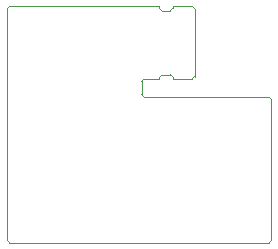
<source format=gbr>
%TF.GenerationSoftware,KiCad,Pcbnew,9.0.4*%
%TF.CreationDate,2025-09-14T23:25:48-04:00*%
%TF.ProjectId,usb-hub,7573622d-6875-4622-9e6b-696361645f70,rev?*%
%TF.SameCoordinates,Original*%
%TF.FileFunction,Profile,NP*%
%FSLAX46Y46*%
G04 Gerber Fmt 4.6, Leading zero omitted, Abs format (unit mm)*
G04 Created by KiCad (PCBNEW 9.0.4) date 2025-09-14 23:25:48*
%MOMM*%
%LPD*%
G01*
G04 APERTURE LIST*
%TA.AperFunction,Profile*%
%ADD10C,0.050000*%
%TD*%
G04 APERTURE END LIST*
D10*
X133625000Y-32199944D02*
X133625000Y-51810000D01*
X155810000Y-39645000D02*
G75*
G02*
X156010000Y-39845000I0J-200000D01*
G01*
X146020000Y-38147500D02*
X145220000Y-38147500D01*
X155810000Y-39645000D02*
X145220000Y-39645000D01*
X133825000Y-52010000D02*
G75*
G02*
X133625000Y-51810000I0J200000D01*
G01*
X145020000Y-38347500D02*
G75*
G02*
X145220000Y-38147500I200000J0D01*
G01*
X156010000Y-51810000D02*
G75*
G02*
X155810000Y-52010000I-200000J0D01*
G01*
X156010000Y-51810000D02*
X156010000Y-39845000D01*
X133825000Y-52010000D02*
X155810000Y-52010000D01*
X146020000Y-31996534D02*
X133824944Y-31999944D01*
X145020000Y-38347500D02*
X145020000Y-39445000D01*
X145220000Y-39645000D02*
G75*
G02*
X145020000Y-39445000I0J200000D01*
G01*
X133625000Y-32199944D02*
G75*
G02*
X133824944Y-32000000I199900J44D01*
G01*
%TO.C,J1*%
X146520000Y-31997500D02*
X146020000Y-31997500D01*
X146520000Y-32147500D02*
X146520000Y-31997500D01*
X146520000Y-37997500D02*
X146520000Y-38147500D01*
X146520000Y-38147500D02*
X146020000Y-38147500D01*
X147470000Y-32347500D02*
X146720000Y-32347500D01*
X147470000Y-37797500D02*
X146720000Y-37797500D01*
X147670000Y-31997500D02*
X147670000Y-32147500D01*
X147670000Y-38147500D02*
X147670000Y-37997500D01*
X149320000Y-31997500D02*
X147670000Y-31997500D01*
X149320000Y-38147500D02*
X147670000Y-38147500D01*
X149520000Y-37947500D02*
X149520000Y-32197500D01*
X146520000Y-37997500D02*
G75*
G02*
X146720000Y-37797500I200000J0D01*
G01*
X146720000Y-32347500D02*
G75*
G02*
X146520000Y-32147500I1J200001D01*
G01*
X147470000Y-37797500D02*
G75*
G02*
X147670000Y-37997500I0J-200000D01*
G01*
X147670000Y-32147500D02*
G75*
G02*
X147470000Y-32347500I-200001J1D01*
G01*
X149320000Y-31997500D02*
G75*
G02*
X149520000Y-32197500I-1J-200001D01*
G01*
X149520000Y-37947500D02*
G75*
G02*
X149320000Y-38147500I-200000J0D01*
G01*
%TD*%
M02*

</source>
